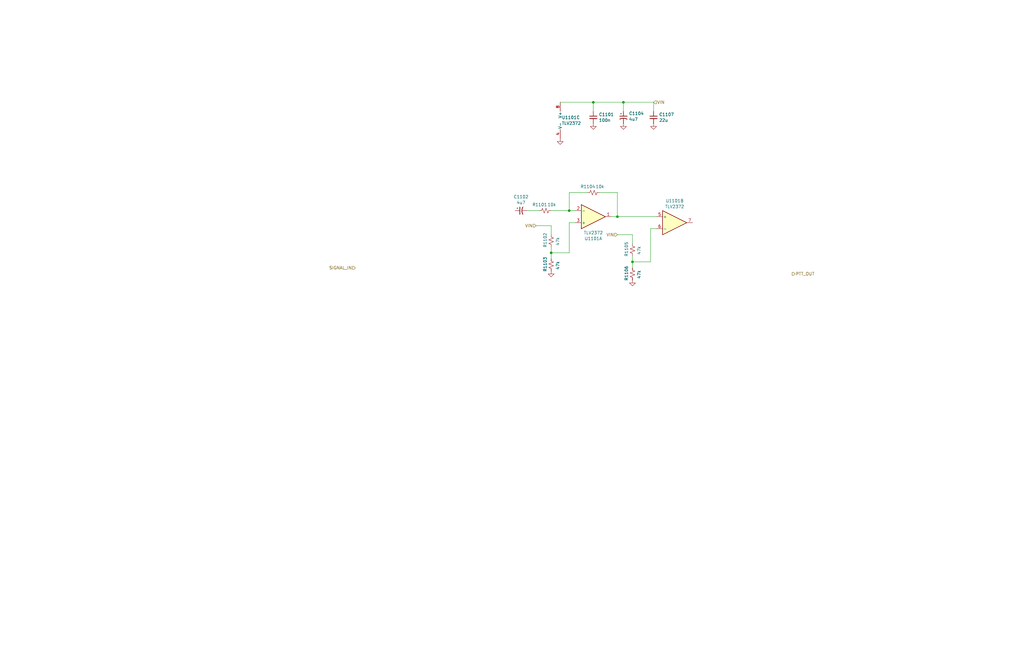
<source format=kicad_sch>
(kicad_sch (version 20250114) (generator "eeschema") (generator_version "9.0")
  (paper "B")
  (lib_symbols
    (symbol "Amplifier_Operational:TLV2372" (pin_names (offset 0.127))
      (property "Reference" "U" (at 0 5.08 0))
      (property "Value" "TLV2372" (at 0 -5.08 0))
      (symbol "TLV2372_1_1"
        (polyline (pts (xy -5.08 5.08) (xy 5.08 0) (xy -5.08 -5.08) (xy -5.08 5.08)) (stroke (width 0.254)) (fill (type background)))
        (pin input line (at -7.62 2.54 0) (length 2.54) (name "+") (number "3"))
        (pin input line (at -7.62 -2.54 0) (length 2.54) (name "-") (number "2"))
        (pin output line (at 7.62 0 180) (length 2.54) (name "~") (number "1"))
      )
      (symbol "TLV2372_2_1"
        (polyline (pts (xy -5.08 5.08) (xy 5.08 0) (xy -5.08 -5.08) (xy -5.08 5.08)) (stroke (width 0.254)) (fill (type background)))
        (pin input line (at -7.62 2.54 0) (length 2.54) (name "+") (number "5"))
        (pin input line (at -7.62 -2.54 0) (length 2.54) (name "-") (number "6"))
        (pin output line (at 7.62 0 180) (length 2.54) (name "~") (number "7"))
      )
      (symbol "TLV2372_3_1"
        (pin power_in line (at -2.54 7.62 270) (length 3.81) (name "V+") (number "8"))
        (pin power_in line (at -2.54 -7.62 90) (length 3.81) (name "V-") (number "4"))
      )
    )
    (symbol "Device:C_Polarized_Small_US" (pin_numbers (hide yes)) (pin_names (offset 0.254) (hide yes))
      (property "Reference" "C" (at 0.254 1.778 0))
      (property "Value" "C_Polarized_Small_US" (at 0.254 -2.032 0))
      (symbol "C_Polarized_Small_US_0_1"
        (polyline (pts (xy -1.524 0.508) (xy 1.524 0.508)) (stroke (width 0.3048)))
        (polyline (pts (xy -1.27 1.524) (xy -0.762 1.524)))
        (polyline (pts (xy -1.016 1.27) (xy -1.016 1.778)))
        (arc (start -1.524 -0.762) (mid 0 -0.3734) (end 1.524 -0.762) (stroke (width 0.3048)))
      )
      (symbol "C_Polarized_Small_US_1_1"
        (pin passive line (at 0 2.54 270) (length 2.032) (name "~") (number "1"))
        (pin passive line (at 0 -2.54 90) (length 2.032) (name "~") (number "2"))
      )
    )
    (symbol "Device:C_Small" (pin_numbers (hide yes)) (pin_names (offset 0.254) (hide yes))
      (property "Reference" "C" (at 0.254 1.778 0))
      (property "Value" "C_Small" (at 0.254 -2.032 0))
      (symbol "C_Small_0_1"
        (polyline (pts (xy -1.524 0.508) (xy 1.524 0.508)) (stroke (width 0.3048)))
        (polyline (pts (xy -1.524 -0.508) (xy 1.524 -0.508)) (stroke (width 0.3302)))
      )
      (symbol "C_Small_1_1"
        (pin passive line (at 0 2.54 270) (length 2.032) (name "~") (number "1"))
        (pin passive line (at 0 -2.54 90) (length 2.032) (name "~") (number "2"))
      )
    )
    (symbol "Device:R_Small_US" (pin_numbers (hide yes)) (pin_names (offset 0.254) (hide yes))
      (property "Reference" "R" (at 0.762 0.508 0))
      (property "Value" "R_Small_US" (at 0.762 -1.016 0))
      (symbol "R_Small_US_1_1"
        (polyline (pts (xy 0 1.524) (xy 1.016 1.143) (xy 0 0.762) (xy -1.016 0.381) (xy 0 0)))
        (polyline (pts (xy 0 0) (xy 1.016 -0.381) (xy 0 -0.762) (xy -1.016 -1.143) (xy 0 -1.524)))
        (pin passive line (at 0 2.54 270) (length 1.016) (name "~") (number "1"))
        (pin passive line (at 0 -2.54 90) (length 1.016) (name "~") (number "2"))
      )
    )
    (symbol "power:GND" (power) (pin_numbers (hide yes)) (pin_names (offset 0) (hide yes))
      (property "Value" "GND" (at 0 -3.81 0))
      (symbol "GND_0_1"
        (polyline (pts (xy 0 0) (xy 0 -1.27) (xy 1.27 -1.27) (xy 0 -2.54) (xy -1.27 -1.27) (xy 0 -1.27)))
      )
      (symbol "GND_1_1"
        (pin power_in line (at 0 0 270) (length 0) (name "~") (number "1"))
      )
    )
  )
  (junction (at 240.03 88.9))
  (junction (at 260.35 91.44))
  (junction (at 262.89 43.18))
  (junction (at 232.41 106.68))
  (junction (at 266.7 110.49))
  (junction (at 250.19 43.18))
  (wire (pts (xy 252.73 81.28) (xy 260.35 81.28)))
  (wire (pts (xy 240.03 106.68) (xy 240.03 93.98)))
  (wire (pts (xy 257.81 91.44) (xy 260.35 91.44)))
  (wire (pts (xy 247.65 81.28) (xy 240.03 81.28)))
  (wire (pts (xy 274.32 96.52) (xy 276.86 96.52)))
  (wire (pts (xy 240.03 93.98) (xy 242.57 93.98)))
  (wire (pts (xy 240.03 81.28) (xy 240.03 88.9)))
  (wire (pts (xy 232.41 106.68) (xy 232.41 109.22)))
  (wire (pts (xy 236.22 43.18) (xy 250.19 43.18)))
  (wire (pts (xy 260.35 81.28) (xy 260.35 91.44)))
  (wire (pts (xy 262.89 43.18) (xy 262.89 46.99)))
  (wire (pts (xy 275.59 43.18) (xy 262.89 43.18)))
  (wire (pts (xy 222.25 88.9) (xy 227.33 88.9)))
  (wire (pts (xy 232.41 106.68) (xy 240.03 106.68)))
  (wire (pts (xy 266.7 107.95) (xy 266.7 110.49)))
  (wire (pts (xy 266.7 110.49) (xy 266.7 113.03)))
  (wire (pts (xy 226.06 95.25) (xy 232.41 95.25)))
  (wire (pts (xy 274.32 110.49) (xy 274.32 96.52)))
  (wire (pts (xy 266.7 99.06) (xy 266.7 102.87)))
  (wire (pts (xy 240.03 88.9) (xy 242.57 88.9)))
  (wire (pts (xy 260.35 91.44) (xy 276.86 91.44)))
  (wire (pts (xy 232.41 104.14) (xy 232.41 106.68)))
  (wire (pts (xy 250.19 43.18) (xy 250.19 46.99)))
  (wire (pts (xy 232.41 95.25) (xy 232.41 99.06)))
  (wire (pts (xy 266.7 110.49) (xy 274.32 110.49)))
  (wire (pts (xy 275.59 43.18) (xy 275.59 46.99)))
  (wire (pts (xy 250.19 43.18) (xy 262.89 43.18)))
  (wire (pts (xy 232.41 88.9) (xy 240.03 88.9)))
  (wire (pts (xy 260.35 99.06) (xy 266.7 99.06)))
  (hierarchical_label "VIN" (shape input) (at 226.06 95.25 180))
  (hierarchical_label "PTT_OUT" (shape output) (at 334.01 115.57 0))
  (hierarchical_label "SIGNAL_IN" (shape input) (at 149.86 113.03 180))
  (hierarchical_label "VIN" (shape input) (at 260.35 99.06 180))
  (hierarchical_label "VIN" (shape input) (at 275.59 43.18 0))
  (symbol (lib_id "power:GND") (at 250.19 52.07 0) (mirror y) (unit 1)
    (property "Reference" "#PWR01101" (effects (hide yes)))
    (property "Value" "GND" (effects (hide yes)))
    (property "Description" "Power symbol creates a global label with name \"GND\" , ground" (effects (hide yes)))
  )
  (symbol (lib_id "Device:R_Small_US") (at 232.41 101.6 0) (unit 1)
    (property "Reference" "R1102" (at 229.87 101.346 90))
    (property "Value" "47k" (at 235.204 101.854 90))
    (property "Footprint" "Resistor_SMD:R_0402_1005Metric" (effects (hide yes)))
    (property "Description" "Resistor, small US symbol" (effects (hide yes)))
  )
  (symbol (lib_id "Device:R_Small_US") (at 232.41 111.76 0) (unit 1)
    (property "Reference" "R1103" (at 229.87 111.506 90))
    (property "Value" "47k" (at 235.204 112.014 90))
    (property "Footprint" "Resistor_SMD:R_0402_1005Metric" (effects (hide yes)))
    (property "Description" "Resistor, small US symbol" (effects (hide yes)))
  )
  (symbol (lib_id "Amplifier_Operational:TLV2372") (at 284.48 93.98 0) (unit 2)
    (property "Reference" "U1101" (at 284.48 84.7555 0))
    (property "Value" "TLV2372" (at 284.48 87.1798 0))
    (property "Footprint" "Package_SO:SOIC-8_3.9x4.9mm_P1.27mm" (effects (hide yes)))
    (property "Datasheet" "http://www.ti.com/lit/ds/symlink/tlv2375.pdf" (effects (hide yes)))
    (property "Description" "Dual Rail-to-Rail Input/Output Operational Amplifier, DIP-8/SOIC-8/VSSOP-8" (effects (hide yes)))
  )
  (symbol (lib_id "Device:C_Small") (at 250.19 49.53 0) (unit 1)
    (property "Reference" "C1101" (at 252.5141 48.3241 0) (effects (justify left)))
    (property "Value" "100n" (at 252.5141 50.7484 0) (effects (justify left)))
    (property "Footprint" "Capacitor_SMD:C_0402_1005Metric" (effects (hide yes)))
    (property "Description" "Unpolarized capacitor, small symbol" (effects (hide yes)))
  )
  (symbol (lib_id "Device:R_Small_US") (at 266.7 105.41 0) (unit 1)
    (property "Reference" "R1105" (at 264.16 105.156 90))
    (property "Value" "47k" (at 269.494 105.664 90))
    (property "Footprint" "Resistor_SMD:R_0402_1005Metric" (effects (hide yes)))
    (property "Description" "Resistor, small US symbol" (effects (hide yes)))
  )
  (symbol (lib_id "power:GND") (at 275.59 52.07 0) (mirror y) (unit 1)
    (property "Reference" "#PWR01107" (effects (hide yes)))
    (property "Value" "GND" (effects (hide yes)))
    (property "Description" "Power symbol creates a global label with name \"GND\" , ground" (effects (hide yes)))
  )
  (symbol (lib_id "power:GND") (at 262.89 52.07 0) (unit 1)
    (property "Reference" "#PWR01104" (effects (hide yes)))
    (property "Value" "GND" (effects (hide yes)))
    (property "Description" "Power symbol creates a global label with name \"GND\" , ground" (effects (hide yes)))
  )
  (symbol (lib_id "power:GND") (at 236.22 58.42 0) (mirror y) (unit 1)
    (property "Reference" "#PWR01109" (effects (hide yes)))
    (property "Value" "GND" (effects (hide yes)))
    (property "Description" "Power symbol creates a global label with name \"GND\" , ground" (effects (hide yes)))
  )
  (symbol (lib_id "Device:R_Small_US") (at 229.87 88.9 270) (unit 1)
    (property "Reference" "R1101" (at 227.584 86.36 90))
    (property "Value" "10k" (at 232.664 86.36 90))
    (property "Footprint" "Resistor_SMD:R_0402_1005Metric" (effects (hide yes)))
    (property "Description" "Resistor, small US symbol" (effects (hide yes)))
  )
  (symbol (lib_id "Device:C_Small") (at 275.59 49.53 0) (mirror y) (unit 1)
    (property "Reference" "C1107" (at 277.9141 48.3241 0) (effects (justify right)))
    (property "Value" "22u" (at 277.9141 50.7484 0) (effects (justify right)))
    (property "Footprint" "Capacitor_SMD:C_0603_1608Metric" (effects (hide yes)))
    (property "Description" "Unpolarized capacitor, small symbol" (effects (hide yes)))
  )
  (symbol (lib_id "Amplifier_Operational:TLV2372") (at 250.19 91.44 0) (mirror x) (unit 1)
    (property "Reference" "U1101" (at 250.19 100.6645 0))
    (property "Value" "TLV2372" (at 250.19 98.2402 0))
    (property "Footprint" "Package_SO:SOIC-8_3.9x4.9mm_P1.27mm" (effects (hide yes)))
    (property "Datasheet" "http://www.ti.com/lit/ds/symlink/tlv2375.pdf" (effects (hide yes)))
    (property "Description" "Dual Rail-to-Rail Input/Output Operational Amplifier, DIP-8/SOIC-8/VSSOP-8" (effects (hide yes)))
  )
  (symbol (lib_id "Device:R_Small_US") (at 250.19 81.28 270) (unit 1)
    (property "Reference" "R1104" (at 247.904 78.74 90))
    (property "Value" "10k" (at 252.984 78.74 90))
    (property "Footprint" "Resistor_SMD:R_0402_1005Metric" (effects (hide yes)))
    (property "Description" "Resistor, small US symbol" (effects (hide yes)))
  )
  (symbol (lib_id "power:GND") (at 266.7 118.11 0) (mirror y) (unit 1)
    (property "Reference" "#PWR01103" (effects (hide yes)))
    (property "Value" "GND" (effects (hide yes)))
    (property "Description" "Power symbol creates a global label with name \"GND\" , ground" (effects (hide yes)))
  )
  (symbol (lib_id "Device:C_Polarized_Small_US") (at 262.89 49.53 0) (unit 1)
    (property "Reference" "C1104" (at 265.2014 47.886 0) (effects (justify left)))
    (property "Value" "4u7" (at 265.2014 50.3103 0) (effects (justify left)))
    (property "Description" "Polarized capacitor, small US symbol" (effects (hide yes)))
  )
  (symbol (lib_id "Device:C_Polarized_Small_US") (at 219.71 88.9 90) (mirror x) (unit 1)
    (property "Reference" "C1102" (at 219.71 83.058 90))
    (property "Value" "4u7" (at 219.71 85.4823 90))
    (property "Description" "Polarized capacitor, small US symbol" (effects (hide yes)))
  )
  (symbol (lib_id "Amplifier_Operational:TLV2372") (at 238.76 50.8 0) (unit 3)
    (property "Reference" "U1101" (at 236.855 49.5878 0) (effects (justify left)))
    (property "Value" "TLV2372" (at 236.855 52.0121 0) (effects (justify left)))
    (property "Footprint" "Package_SO:SOIC-8_3.9x4.9mm_P1.27mm" (effects (hide yes)))
    (property "Datasheet" "http://www.ti.com/lit/ds/symlink/tlv2375.pdf" (effects (hide yes)))
    (property "Description" "Dual Rail-to-Rail Input/Output Operational Amplifier, DIP-8/SOIC-8/VSSOP-8" (effects (hide yes)))
  )
  (symbol (lib_id "power:GND") (at 232.41 114.3 0) (mirror y) (unit 1)
    (property "Reference" "#PWR01102" (effects (hide yes)))
    (property "Value" "GND" (effects (hide yes)))
    (property "Description" "Power symbol creates a global label with name \"GND\" , ground" (effects (hide yes)))
  )
  (symbol (lib_id "Device:R_Small_US") (at 266.7 115.57 0) (unit 1)
    (property "Reference" "R1106" (at 264.16 115.316 90))
    (property "Value" "47k" (at 269.494 115.824 90))
    (property "Footprint" "Resistor_SMD:R_0402_1005Metric" (effects (hide yes)))
    (property "Description" "Resistor, small US symbol" (effects (hide yes)))
  )
)
</source>
